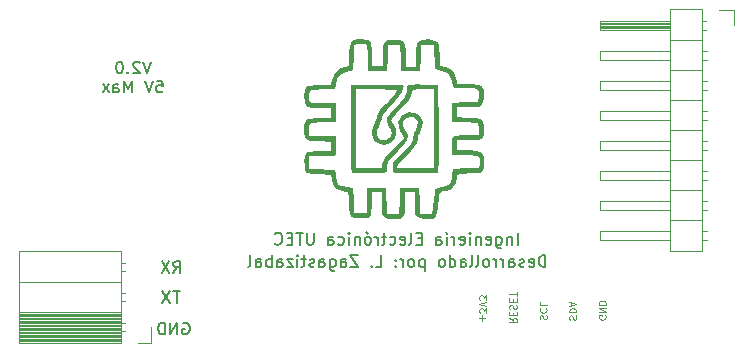
<source format=gbr>
%TF.GenerationSoftware,KiCad,Pcbnew,(6.0.1)*%
%TF.CreationDate,2023-03-06T20:27:36-05:00*%
%TF.ProjectId,PCBFiles_Node,50434246-696c-4657-935f-4e6f64652e6b,rev?*%
%TF.SameCoordinates,Original*%
%TF.FileFunction,Legend,Bot*%
%TF.FilePolarity,Positive*%
%FSLAX46Y46*%
G04 Gerber Fmt 4.6, Leading zero omitted, Abs format (unit mm)*
G04 Created by KiCad (PCBNEW (6.0.1)) date 2023-03-06 20:27:36*
%MOMM*%
%LPD*%
G01*
G04 APERTURE LIST*
%ADD10C,0.125000*%
%ADD11C,0.150000*%
%ADD12C,0.120000*%
G04 APERTURE END LIST*
D10*
X91457142Y-110528571D02*
X91428571Y-110442857D01*
X91428571Y-110300000D01*
X91457142Y-110242857D01*
X91485714Y-110214285D01*
X91542857Y-110185714D01*
X91600000Y-110185714D01*
X91657142Y-110214285D01*
X91685714Y-110242857D01*
X91714285Y-110300000D01*
X91742857Y-110414285D01*
X91771428Y-110471428D01*
X91800000Y-110500000D01*
X91857142Y-110528571D01*
X91914285Y-110528571D01*
X91971428Y-110500000D01*
X92000000Y-110471428D01*
X92028571Y-110414285D01*
X92028571Y-110271428D01*
X92000000Y-110185714D01*
X91428571Y-109928571D02*
X92028571Y-109928571D01*
X92028571Y-109785714D01*
X92000000Y-109700000D01*
X91942857Y-109642857D01*
X91885714Y-109614285D01*
X91771428Y-109585714D01*
X91685714Y-109585714D01*
X91571428Y-109614285D01*
X91514285Y-109642857D01*
X91457142Y-109700000D01*
X91428571Y-109785714D01*
X91428571Y-109928571D01*
X91600000Y-109357142D02*
X91600000Y-109071428D01*
X91428571Y-109414285D02*
X92028571Y-109214285D01*
X91428571Y-109014285D01*
X84047142Y-110637142D02*
X84047142Y-110180000D01*
X83818571Y-110408571D02*
X84275714Y-110408571D01*
X84418571Y-109951428D02*
X84418571Y-109580000D01*
X84190000Y-109780000D01*
X84190000Y-109694285D01*
X84161428Y-109637142D01*
X84132857Y-109608571D01*
X84075714Y-109580000D01*
X83932857Y-109580000D01*
X83875714Y-109608571D01*
X83847142Y-109637142D01*
X83818571Y-109694285D01*
X83818571Y-109865714D01*
X83847142Y-109922857D01*
X83875714Y-109951428D01*
X84418571Y-109408571D02*
X83818571Y-109208571D01*
X84418571Y-109008571D01*
X84418571Y-108865714D02*
X84418571Y-108494285D01*
X84190000Y-108694285D01*
X84190000Y-108608571D01*
X84161428Y-108551428D01*
X84132857Y-108522857D01*
X84075714Y-108494285D01*
X83932857Y-108494285D01*
X83875714Y-108522857D01*
X83847142Y-108551428D01*
X83818571Y-108608571D01*
X83818571Y-108780000D01*
X83847142Y-108837142D01*
X83875714Y-108865714D01*
X86368571Y-110401428D02*
X86654285Y-110601428D01*
X86368571Y-110744285D02*
X86968571Y-110744285D01*
X86968571Y-110515714D01*
X86940000Y-110458571D01*
X86911428Y-110430000D01*
X86854285Y-110401428D01*
X86768571Y-110401428D01*
X86711428Y-110430000D01*
X86682857Y-110458571D01*
X86654285Y-110515714D01*
X86654285Y-110744285D01*
X86682857Y-110144285D02*
X86682857Y-109944285D01*
X86368571Y-109858571D02*
X86368571Y-110144285D01*
X86968571Y-110144285D01*
X86968571Y-109858571D01*
X86397142Y-109630000D02*
X86368571Y-109544285D01*
X86368571Y-109401428D01*
X86397142Y-109344285D01*
X86425714Y-109315714D01*
X86482857Y-109287142D01*
X86540000Y-109287142D01*
X86597142Y-109315714D01*
X86625714Y-109344285D01*
X86654285Y-109401428D01*
X86682857Y-109515714D01*
X86711428Y-109572857D01*
X86740000Y-109601428D01*
X86797142Y-109630000D01*
X86854285Y-109630000D01*
X86911428Y-109601428D01*
X86940000Y-109572857D01*
X86968571Y-109515714D01*
X86968571Y-109372857D01*
X86940000Y-109287142D01*
X86682857Y-109030000D02*
X86682857Y-108830000D01*
X86368571Y-108744285D02*
X86368571Y-109030000D01*
X86968571Y-109030000D01*
X86968571Y-108744285D01*
X86968571Y-108572857D02*
X86968571Y-108230000D01*
X86368571Y-108401428D02*
X86968571Y-108401428D01*
D11*
X89413809Y-106072380D02*
X89413809Y-105072380D01*
X89175714Y-105072380D01*
X89032857Y-105120000D01*
X88937619Y-105215238D01*
X88890000Y-105310476D01*
X88842380Y-105500952D01*
X88842380Y-105643809D01*
X88890000Y-105834285D01*
X88937619Y-105929523D01*
X89032857Y-106024761D01*
X89175714Y-106072380D01*
X89413809Y-106072380D01*
X88032857Y-106024761D02*
X88128095Y-106072380D01*
X88318571Y-106072380D01*
X88413809Y-106024761D01*
X88461428Y-105929523D01*
X88461428Y-105548571D01*
X88413809Y-105453333D01*
X88318571Y-105405714D01*
X88128095Y-105405714D01*
X88032857Y-105453333D01*
X87985238Y-105548571D01*
X87985238Y-105643809D01*
X88461428Y-105739047D01*
X87604285Y-106024761D02*
X87509047Y-106072380D01*
X87318571Y-106072380D01*
X87223333Y-106024761D01*
X87175714Y-105929523D01*
X87175714Y-105881904D01*
X87223333Y-105786666D01*
X87318571Y-105739047D01*
X87461428Y-105739047D01*
X87556666Y-105691428D01*
X87604285Y-105596190D01*
X87604285Y-105548571D01*
X87556666Y-105453333D01*
X87461428Y-105405714D01*
X87318571Y-105405714D01*
X87223333Y-105453333D01*
X86318571Y-106072380D02*
X86318571Y-105548571D01*
X86366190Y-105453333D01*
X86461428Y-105405714D01*
X86651904Y-105405714D01*
X86747142Y-105453333D01*
X86318571Y-106024761D02*
X86413809Y-106072380D01*
X86651904Y-106072380D01*
X86747142Y-106024761D01*
X86794761Y-105929523D01*
X86794761Y-105834285D01*
X86747142Y-105739047D01*
X86651904Y-105691428D01*
X86413809Y-105691428D01*
X86318571Y-105643809D01*
X85842380Y-106072380D02*
X85842380Y-105405714D01*
X85842380Y-105596190D02*
X85794761Y-105500952D01*
X85747142Y-105453333D01*
X85651904Y-105405714D01*
X85556666Y-105405714D01*
X85223333Y-106072380D02*
X85223333Y-105405714D01*
X85223333Y-105596190D02*
X85175714Y-105500952D01*
X85128095Y-105453333D01*
X85032857Y-105405714D01*
X84937619Y-105405714D01*
X84461428Y-106072380D02*
X84556666Y-106024761D01*
X84604285Y-105977142D01*
X84651904Y-105881904D01*
X84651904Y-105596190D01*
X84604285Y-105500952D01*
X84556666Y-105453333D01*
X84461428Y-105405714D01*
X84318571Y-105405714D01*
X84223333Y-105453333D01*
X84175714Y-105500952D01*
X84128095Y-105596190D01*
X84128095Y-105881904D01*
X84175714Y-105977142D01*
X84223333Y-106024761D01*
X84318571Y-106072380D01*
X84461428Y-106072380D01*
X83556666Y-106072380D02*
X83651904Y-106024761D01*
X83699523Y-105929523D01*
X83699523Y-105072380D01*
X83032857Y-106072380D02*
X83128095Y-106024761D01*
X83175714Y-105929523D01*
X83175714Y-105072380D01*
X82223333Y-106072380D02*
X82223333Y-105548571D01*
X82270952Y-105453333D01*
X82366190Y-105405714D01*
X82556666Y-105405714D01*
X82651904Y-105453333D01*
X82223333Y-106024761D02*
X82318571Y-106072380D01*
X82556666Y-106072380D01*
X82651904Y-106024761D01*
X82699523Y-105929523D01*
X82699523Y-105834285D01*
X82651904Y-105739047D01*
X82556666Y-105691428D01*
X82318571Y-105691428D01*
X82223333Y-105643809D01*
X81318571Y-106072380D02*
X81318571Y-105072380D01*
X81318571Y-106024761D02*
X81413809Y-106072380D01*
X81604285Y-106072380D01*
X81699523Y-106024761D01*
X81747142Y-105977142D01*
X81794761Y-105881904D01*
X81794761Y-105596190D01*
X81747142Y-105500952D01*
X81699523Y-105453333D01*
X81604285Y-105405714D01*
X81413809Y-105405714D01*
X81318571Y-105453333D01*
X80699523Y-106072380D02*
X80794761Y-106024761D01*
X80842380Y-105977142D01*
X80890000Y-105881904D01*
X80890000Y-105596190D01*
X80842380Y-105500952D01*
X80794761Y-105453333D01*
X80699523Y-105405714D01*
X80556666Y-105405714D01*
X80461428Y-105453333D01*
X80413809Y-105500952D01*
X80366190Y-105596190D01*
X80366190Y-105881904D01*
X80413809Y-105977142D01*
X80461428Y-106024761D01*
X80556666Y-106072380D01*
X80699523Y-106072380D01*
X79175714Y-105405714D02*
X79175714Y-106405714D01*
X79175714Y-105453333D02*
X79080476Y-105405714D01*
X78890000Y-105405714D01*
X78794761Y-105453333D01*
X78747142Y-105500952D01*
X78699523Y-105596190D01*
X78699523Y-105881904D01*
X78747142Y-105977142D01*
X78794761Y-106024761D01*
X78890000Y-106072380D01*
X79080476Y-106072380D01*
X79175714Y-106024761D01*
X78128095Y-106072380D02*
X78223333Y-106024761D01*
X78270952Y-105977142D01*
X78318571Y-105881904D01*
X78318571Y-105596190D01*
X78270952Y-105500952D01*
X78223333Y-105453333D01*
X78128095Y-105405714D01*
X77985238Y-105405714D01*
X77890000Y-105453333D01*
X77842380Y-105500952D01*
X77794761Y-105596190D01*
X77794761Y-105881904D01*
X77842380Y-105977142D01*
X77890000Y-106024761D01*
X77985238Y-106072380D01*
X78128095Y-106072380D01*
X77366190Y-106072380D02*
X77366190Y-105405714D01*
X77366190Y-105596190D02*
X77318571Y-105500952D01*
X77270952Y-105453333D01*
X77175714Y-105405714D01*
X77080476Y-105405714D01*
X76747142Y-105977142D02*
X76699523Y-106024761D01*
X76747142Y-106072380D01*
X76794761Y-106024761D01*
X76747142Y-105977142D01*
X76747142Y-106072380D01*
X76747142Y-105453333D02*
X76699523Y-105500952D01*
X76747142Y-105548571D01*
X76794761Y-105500952D01*
X76747142Y-105453333D01*
X76747142Y-105548571D01*
X75032857Y-106072380D02*
X75509047Y-106072380D01*
X75509047Y-105072380D01*
X74699523Y-105977142D02*
X74651904Y-106024761D01*
X74699523Y-106072380D01*
X74747142Y-106024761D01*
X74699523Y-105977142D01*
X74699523Y-106072380D01*
X73556666Y-105072380D02*
X72890000Y-105072380D01*
X73556666Y-106072380D01*
X72890000Y-106072380D01*
X72080476Y-106072380D02*
X72080476Y-105548571D01*
X72128095Y-105453333D01*
X72223333Y-105405714D01*
X72413809Y-105405714D01*
X72509047Y-105453333D01*
X72080476Y-106024761D02*
X72175714Y-106072380D01*
X72413809Y-106072380D01*
X72509047Y-106024761D01*
X72556666Y-105929523D01*
X72556666Y-105834285D01*
X72509047Y-105739047D01*
X72413809Y-105691428D01*
X72175714Y-105691428D01*
X72080476Y-105643809D01*
X71175714Y-105405714D02*
X71175714Y-106215238D01*
X71223333Y-106310476D01*
X71270952Y-106358095D01*
X71366190Y-106405714D01*
X71509047Y-106405714D01*
X71604285Y-106358095D01*
X71175714Y-106024761D02*
X71270952Y-106072380D01*
X71461428Y-106072380D01*
X71556666Y-106024761D01*
X71604285Y-105977142D01*
X71651904Y-105881904D01*
X71651904Y-105596190D01*
X71604285Y-105500952D01*
X71556666Y-105453333D01*
X71461428Y-105405714D01*
X71270952Y-105405714D01*
X71175714Y-105453333D01*
X70270952Y-106072380D02*
X70270952Y-105548571D01*
X70318571Y-105453333D01*
X70413809Y-105405714D01*
X70604285Y-105405714D01*
X70699523Y-105453333D01*
X70270952Y-106024761D02*
X70366190Y-106072380D01*
X70604285Y-106072380D01*
X70699523Y-106024761D01*
X70747142Y-105929523D01*
X70747142Y-105834285D01*
X70699523Y-105739047D01*
X70604285Y-105691428D01*
X70366190Y-105691428D01*
X70270952Y-105643809D01*
X69842380Y-106024761D02*
X69747142Y-106072380D01*
X69556666Y-106072380D01*
X69461428Y-106024761D01*
X69413809Y-105929523D01*
X69413809Y-105881904D01*
X69461428Y-105786666D01*
X69556666Y-105739047D01*
X69699523Y-105739047D01*
X69794761Y-105691428D01*
X69842380Y-105596190D01*
X69842380Y-105548571D01*
X69794761Y-105453333D01*
X69699523Y-105405714D01*
X69556666Y-105405714D01*
X69461428Y-105453333D01*
X69128095Y-105405714D02*
X68747142Y-105405714D01*
X68985238Y-105072380D02*
X68985238Y-105929523D01*
X68937619Y-106024761D01*
X68842380Y-106072380D01*
X68747142Y-106072380D01*
X68413809Y-106072380D02*
X68413809Y-105405714D01*
X68413809Y-105072380D02*
X68461428Y-105120000D01*
X68413809Y-105167619D01*
X68366190Y-105120000D01*
X68413809Y-105072380D01*
X68413809Y-105167619D01*
X68032857Y-105405714D02*
X67509047Y-105405714D01*
X68032857Y-106072380D01*
X67509047Y-106072380D01*
X66699523Y-106072380D02*
X66699523Y-105548571D01*
X66747142Y-105453333D01*
X66842380Y-105405714D01*
X67032857Y-105405714D01*
X67128095Y-105453333D01*
X66699523Y-106024761D02*
X66794761Y-106072380D01*
X67032857Y-106072380D01*
X67128095Y-106024761D01*
X67175714Y-105929523D01*
X67175714Y-105834285D01*
X67128095Y-105739047D01*
X67032857Y-105691428D01*
X66794761Y-105691428D01*
X66699523Y-105643809D01*
X66223333Y-106072380D02*
X66223333Y-105072380D01*
X66223333Y-105453333D02*
X66128095Y-105405714D01*
X65937619Y-105405714D01*
X65842380Y-105453333D01*
X65794761Y-105500952D01*
X65747142Y-105596190D01*
X65747142Y-105881904D01*
X65794761Y-105977142D01*
X65842380Y-106024761D01*
X65937619Y-106072380D01*
X66128095Y-106072380D01*
X66223333Y-106024761D01*
X64890000Y-106072380D02*
X64890000Y-105548571D01*
X64937619Y-105453333D01*
X65032857Y-105405714D01*
X65223333Y-105405714D01*
X65318571Y-105453333D01*
X64890000Y-106024761D02*
X64985238Y-106072380D01*
X65223333Y-106072380D01*
X65318571Y-106024761D01*
X65366190Y-105929523D01*
X65366190Y-105834285D01*
X65318571Y-105739047D01*
X65223333Y-105691428D01*
X64985238Y-105691428D01*
X64890000Y-105643809D01*
X64270952Y-106072380D02*
X64366190Y-106024761D01*
X64413809Y-105929523D01*
X64413809Y-105072380D01*
X56013809Y-88687380D02*
X55680476Y-89687380D01*
X55347142Y-88687380D01*
X55061428Y-88782619D02*
X55013809Y-88735000D01*
X54918571Y-88687380D01*
X54680476Y-88687380D01*
X54585238Y-88735000D01*
X54537619Y-88782619D01*
X54490000Y-88877857D01*
X54490000Y-88973095D01*
X54537619Y-89115952D01*
X55109047Y-89687380D01*
X54490000Y-89687380D01*
X54061428Y-89592142D02*
X54013809Y-89639761D01*
X54061428Y-89687380D01*
X54109047Y-89639761D01*
X54061428Y-89592142D01*
X54061428Y-89687380D01*
X53394761Y-88687380D02*
X53299523Y-88687380D01*
X53204285Y-88735000D01*
X53156666Y-88782619D01*
X53109047Y-88877857D01*
X53061428Y-89068333D01*
X53061428Y-89306428D01*
X53109047Y-89496904D01*
X53156666Y-89592142D01*
X53204285Y-89639761D01*
X53299523Y-89687380D01*
X53394761Y-89687380D01*
X53490000Y-89639761D01*
X53537619Y-89592142D01*
X53585238Y-89496904D01*
X53632857Y-89306428D01*
X53632857Y-89068333D01*
X53585238Y-88877857D01*
X53537619Y-88782619D01*
X53490000Y-88735000D01*
X53394761Y-88687380D01*
X56490000Y-90297380D02*
X56966190Y-90297380D01*
X57013809Y-90773571D01*
X56966190Y-90725952D01*
X56870952Y-90678333D01*
X56632857Y-90678333D01*
X56537619Y-90725952D01*
X56490000Y-90773571D01*
X56442380Y-90868809D01*
X56442380Y-91106904D01*
X56490000Y-91202142D01*
X56537619Y-91249761D01*
X56632857Y-91297380D01*
X56870952Y-91297380D01*
X56966190Y-91249761D01*
X57013809Y-91202142D01*
X56156666Y-90297380D02*
X55823333Y-91297380D01*
X55490000Y-90297380D01*
X54394761Y-91297380D02*
X54394761Y-90297380D01*
X54061428Y-91011666D01*
X53728095Y-90297380D01*
X53728095Y-91297380D01*
X52823333Y-91297380D02*
X52823333Y-90773571D01*
X52870952Y-90678333D01*
X52966190Y-90630714D01*
X53156666Y-90630714D01*
X53251904Y-90678333D01*
X52823333Y-91249761D02*
X52918571Y-91297380D01*
X53156666Y-91297380D01*
X53251904Y-91249761D01*
X53299523Y-91154523D01*
X53299523Y-91059285D01*
X53251904Y-90964047D01*
X53156666Y-90916428D01*
X52918571Y-90916428D01*
X52823333Y-90868809D01*
X52442380Y-91297380D02*
X51918571Y-90630714D01*
X52442380Y-90630714D02*
X51918571Y-91297380D01*
D10*
X94490000Y-110187142D02*
X94518571Y-110244285D01*
X94518571Y-110330000D01*
X94490000Y-110415714D01*
X94432857Y-110472857D01*
X94375714Y-110501428D01*
X94261428Y-110530000D01*
X94175714Y-110530000D01*
X94061428Y-110501428D01*
X94004285Y-110472857D01*
X93947142Y-110415714D01*
X93918571Y-110330000D01*
X93918571Y-110272857D01*
X93947142Y-110187142D01*
X93975714Y-110158571D01*
X94175714Y-110158571D01*
X94175714Y-110272857D01*
X93918571Y-109901428D02*
X94518571Y-109901428D01*
X93918571Y-109558571D01*
X94518571Y-109558571D01*
X93918571Y-109272857D02*
X94518571Y-109272857D01*
X94518571Y-109130000D01*
X94490000Y-109044285D01*
X94432857Y-108987142D01*
X94375714Y-108958571D01*
X94261428Y-108930000D01*
X94175714Y-108930000D01*
X94061428Y-108958571D01*
X94004285Y-108987142D01*
X93947142Y-109044285D01*
X93918571Y-109130000D01*
X93918571Y-109272857D01*
D11*
X58461904Y-108142380D02*
X57890476Y-108142380D01*
X58176190Y-109142380D02*
X58176190Y-108142380D01*
X57652380Y-108142380D02*
X56985714Y-109142380D01*
X56985714Y-108142380D02*
X57652380Y-109142380D01*
X87071904Y-104182380D02*
X87071904Y-103182380D01*
X86595714Y-103515714D02*
X86595714Y-104182380D01*
X86595714Y-103610952D02*
X86548095Y-103563333D01*
X86452857Y-103515714D01*
X86310000Y-103515714D01*
X86214761Y-103563333D01*
X86167142Y-103658571D01*
X86167142Y-104182380D01*
X85262380Y-103515714D02*
X85262380Y-104325238D01*
X85310000Y-104420476D01*
X85357619Y-104468095D01*
X85452857Y-104515714D01*
X85595714Y-104515714D01*
X85690952Y-104468095D01*
X85262380Y-104134761D02*
X85357619Y-104182380D01*
X85548095Y-104182380D01*
X85643333Y-104134761D01*
X85690952Y-104087142D01*
X85738571Y-103991904D01*
X85738571Y-103706190D01*
X85690952Y-103610952D01*
X85643333Y-103563333D01*
X85548095Y-103515714D01*
X85357619Y-103515714D01*
X85262380Y-103563333D01*
X84405238Y-104134761D02*
X84500476Y-104182380D01*
X84690952Y-104182380D01*
X84786190Y-104134761D01*
X84833809Y-104039523D01*
X84833809Y-103658571D01*
X84786190Y-103563333D01*
X84690952Y-103515714D01*
X84500476Y-103515714D01*
X84405238Y-103563333D01*
X84357619Y-103658571D01*
X84357619Y-103753809D01*
X84833809Y-103849047D01*
X83929047Y-103515714D02*
X83929047Y-104182380D01*
X83929047Y-103610952D02*
X83881428Y-103563333D01*
X83786190Y-103515714D01*
X83643333Y-103515714D01*
X83548095Y-103563333D01*
X83500476Y-103658571D01*
X83500476Y-104182380D01*
X83024285Y-104182380D02*
X83024285Y-103515714D01*
X83024285Y-103182380D02*
X83071904Y-103230000D01*
X83024285Y-103277619D01*
X82976666Y-103230000D01*
X83024285Y-103182380D01*
X83024285Y-103277619D01*
X82167142Y-104134761D02*
X82262380Y-104182380D01*
X82452857Y-104182380D01*
X82548095Y-104134761D01*
X82595714Y-104039523D01*
X82595714Y-103658571D01*
X82548095Y-103563333D01*
X82452857Y-103515714D01*
X82262380Y-103515714D01*
X82167142Y-103563333D01*
X82119523Y-103658571D01*
X82119523Y-103753809D01*
X82595714Y-103849047D01*
X81690952Y-104182380D02*
X81690952Y-103515714D01*
X81690952Y-103706190D02*
X81643333Y-103610952D01*
X81595714Y-103563333D01*
X81500476Y-103515714D01*
X81405238Y-103515714D01*
X81071904Y-104182380D02*
X81071904Y-103515714D01*
X80976666Y-103134761D02*
X81119523Y-103277619D01*
X80167142Y-104182380D02*
X80167142Y-103658571D01*
X80214761Y-103563333D01*
X80310000Y-103515714D01*
X80500476Y-103515714D01*
X80595714Y-103563333D01*
X80167142Y-104134761D02*
X80262380Y-104182380D01*
X80500476Y-104182380D01*
X80595714Y-104134761D01*
X80643333Y-104039523D01*
X80643333Y-103944285D01*
X80595714Y-103849047D01*
X80500476Y-103801428D01*
X80262380Y-103801428D01*
X80167142Y-103753809D01*
X78929047Y-103658571D02*
X78595714Y-103658571D01*
X78452857Y-104182380D02*
X78929047Y-104182380D01*
X78929047Y-103182380D01*
X78452857Y-103182380D01*
X77881428Y-104182380D02*
X77976666Y-104134761D01*
X78024285Y-104039523D01*
X78024285Y-103182380D01*
X77119523Y-104134761D02*
X77214761Y-104182380D01*
X77405238Y-104182380D01*
X77500476Y-104134761D01*
X77548095Y-104039523D01*
X77548095Y-103658571D01*
X77500476Y-103563333D01*
X77405238Y-103515714D01*
X77214761Y-103515714D01*
X77119523Y-103563333D01*
X77071904Y-103658571D01*
X77071904Y-103753809D01*
X77548095Y-103849047D01*
X76214761Y-104134761D02*
X76310000Y-104182380D01*
X76500476Y-104182380D01*
X76595714Y-104134761D01*
X76643333Y-104087142D01*
X76690952Y-103991904D01*
X76690952Y-103706190D01*
X76643333Y-103610952D01*
X76595714Y-103563333D01*
X76500476Y-103515714D01*
X76310000Y-103515714D01*
X76214761Y-103563333D01*
X75929047Y-103515714D02*
X75548095Y-103515714D01*
X75786190Y-103182380D02*
X75786190Y-104039523D01*
X75738571Y-104134761D01*
X75643333Y-104182380D01*
X75548095Y-104182380D01*
X75214761Y-104182380D02*
X75214761Y-103515714D01*
X75214761Y-103706190D02*
X75167142Y-103610952D01*
X75119523Y-103563333D01*
X75024285Y-103515714D01*
X74929047Y-103515714D01*
X74452857Y-104182380D02*
X74548095Y-104134761D01*
X74595714Y-104087142D01*
X74643333Y-103991904D01*
X74643333Y-103706190D01*
X74595714Y-103610952D01*
X74548095Y-103563333D01*
X74452857Y-103515714D01*
X74310000Y-103515714D01*
X74214761Y-103563333D01*
X74167142Y-103610952D01*
X74119523Y-103706190D01*
X74119523Y-103991904D01*
X74167142Y-104087142D01*
X74214761Y-104134761D01*
X74310000Y-104182380D01*
X74452857Y-104182380D01*
X74262380Y-103134761D02*
X74405238Y-103277619D01*
X73690952Y-103515714D02*
X73690952Y-104182380D01*
X73690952Y-103610952D02*
X73643333Y-103563333D01*
X73548095Y-103515714D01*
X73405238Y-103515714D01*
X73310000Y-103563333D01*
X73262380Y-103658571D01*
X73262380Y-104182380D01*
X72786190Y-104182380D02*
X72786190Y-103515714D01*
X72786190Y-103182380D02*
X72833809Y-103230000D01*
X72786190Y-103277619D01*
X72738571Y-103230000D01*
X72786190Y-103182380D01*
X72786190Y-103277619D01*
X71881428Y-104134761D02*
X71976666Y-104182380D01*
X72167142Y-104182380D01*
X72262380Y-104134761D01*
X72310000Y-104087142D01*
X72357619Y-103991904D01*
X72357619Y-103706190D01*
X72310000Y-103610952D01*
X72262380Y-103563333D01*
X72167142Y-103515714D01*
X71976666Y-103515714D01*
X71881428Y-103563333D01*
X71024285Y-104182380D02*
X71024285Y-103658571D01*
X71071904Y-103563333D01*
X71167142Y-103515714D01*
X71357619Y-103515714D01*
X71452857Y-103563333D01*
X71024285Y-104134761D02*
X71119523Y-104182380D01*
X71357619Y-104182380D01*
X71452857Y-104134761D01*
X71500476Y-104039523D01*
X71500476Y-103944285D01*
X71452857Y-103849047D01*
X71357619Y-103801428D01*
X71119523Y-103801428D01*
X71024285Y-103753809D01*
X69786190Y-103182380D02*
X69786190Y-103991904D01*
X69738571Y-104087142D01*
X69690952Y-104134761D01*
X69595714Y-104182380D01*
X69405238Y-104182380D01*
X69310000Y-104134761D01*
X69262380Y-104087142D01*
X69214761Y-103991904D01*
X69214761Y-103182380D01*
X68881428Y-103182380D02*
X68310000Y-103182380D01*
X68595714Y-104182380D02*
X68595714Y-103182380D01*
X67976666Y-103658571D02*
X67643333Y-103658571D01*
X67500476Y-104182380D02*
X67976666Y-104182380D01*
X67976666Y-103182380D01*
X67500476Y-103182380D01*
X66500476Y-104087142D02*
X66548095Y-104134761D01*
X66690952Y-104182380D01*
X66786190Y-104182380D01*
X66929047Y-104134761D01*
X67024285Y-104039523D01*
X67071904Y-103944285D01*
X67119523Y-103753809D01*
X67119523Y-103610952D01*
X67071904Y-103420476D01*
X67024285Y-103325238D01*
X66929047Y-103230000D01*
X66786190Y-103182380D01*
X66690952Y-103182380D01*
X66548095Y-103230000D01*
X66500476Y-103277619D01*
X57916666Y-106592380D02*
X58250000Y-106116190D01*
X58488095Y-106592380D02*
X58488095Y-105592380D01*
X58107142Y-105592380D01*
X58011904Y-105640000D01*
X57964285Y-105687619D01*
X57916666Y-105782857D01*
X57916666Y-105925714D01*
X57964285Y-106020952D01*
X58011904Y-106068571D01*
X58107142Y-106116190D01*
X58488095Y-106116190D01*
X57583333Y-105592380D02*
X56916666Y-106592380D01*
X56916666Y-105592380D02*
X57583333Y-106592380D01*
X58711904Y-110840000D02*
X58807142Y-110792380D01*
X58950000Y-110792380D01*
X59092857Y-110840000D01*
X59188095Y-110935238D01*
X59235714Y-111030476D01*
X59283333Y-111220952D01*
X59283333Y-111363809D01*
X59235714Y-111554285D01*
X59188095Y-111649523D01*
X59092857Y-111744761D01*
X58950000Y-111792380D01*
X58854761Y-111792380D01*
X58711904Y-111744761D01*
X58664285Y-111697142D01*
X58664285Y-111363809D01*
X58854761Y-111363809D01*
X58235714Y-111792380D02*
X58235714Y-110792380D01*
X57664285Y-111792380D01*
X57664285Y-110792380D01*
X57188095Y-111792380D02*
X57188095Y-110792380D01*
X56950000Y-110792380D01*
X56807142Y-110840000D01*
X56711904Y-110935238D01*
X56664285Y-111030476D01*
X56616666Y-111220952D01*
X56616666Y-111363809D01*
X56664285Y-111554285D01*
X56711904Y-111649523D01*
X56807142Y-111744761D01*
X56950000Y-111792380D01*
X57188095Y-111792380D01*
D10*
X88957142Y-110514285D02*
X88928571Y-110428571D01*
X88928571Y-110285714D01*
X88957142Y-110228571D01*
X88985714Y-110200000D01*
X89042857Y-110171428D01*
X89100000Y-110171428D01*
X89157142Y-110200000D01*
X89185714Y-110228571D01*
X89214285Y-110285714D01*
X89242857Y-110400000D01*
X89271428Y-110457142D01*
X89300000Y-110485714D01*
X89357142Y-110514285D01*
X89414285Y-110514285D01*
X89471428Y-110485714D01*
X89500000Y-110457142D01*
X89528571Y-110400000D01*
X89528571Y-110257142D01*
X89500000Y-110171428D01*
X88985714Y-109571428D02*
X88957142Y-109600000D01*
X88928571Y-109685714D01*
X88928571Y-109742857D01*
X88957142Y-109828571D01*
X89014285Y-109885714D01*
X89071428Y-109914285D01*
X89185714Y-109942857D01*
X89271428Y-109942857D01*
X89385714Y-109914285D01*
X89442857Y-109885714D01*
X89500000Y-109828571D01*
X89528571Y-109742857D01*
X89528571Y-109685714D01*
X89500000Y-109600000D01*
X89471428Y-109571428D01*
X88928571Y-109028571D02*
X88928571Y-109314285D01*
X89528571Y-109314285D01*
%TO.C,G\u002A\u002A\u002A*%
G36*
X80314274Y-98033641D02*
G01*
X80287622Y-98084977D01*
X80228837Y-98098903D01*
X80019646Y-98117109D01*
X79693340Y-98131815D01*
X79281293Y-98142858D01*
X78814883Y-98150076D01*
X78325483Y-98153307D01*
X77844470Y-98152386D01*
X77403220Y-98147152D01*
X77033108Y-98137442D01*
X76765511Y-98123093D01*
X76631802Y-98103941D01*
X76576777Y-98065756D01*
X76516114Y-97913511D01*
X76497877Y-97627074D01*
X76497877Y-97201597D01*
X77344544Y-96356704D01*
X77495859Y-96204991D01*
X77794926Y-95896565D01*
X77995718Y-95669765D01*
X78116510Y-95500431D01*
X78175582Y-95364402D01*
X78191211Y-95237516D01*
X78202706Y-95126933D01*
X78278889Y-94850657D01*
X78402877Y-94565130D01*
X78423881Y-94524881D01*
X78580513Y-94118456D01*
X78590641Y-93795063D01*
X78453746Y-93552086D01*
X78169309Y-93386911D01*
X78140851Y-93378693D01*
X77908077Y-93389021D01*
X77654128Y-93489527D01*
X77459970Y-93650162D01*
X77359862Y-93875056D01*
X77389849Y-94139375D01*
X77554002Y-94472333D01*
X77650609Y-94637899D01*
X77751163Y-94870656D01*
X77774415Y-95083409D01*
X77710657Y-95302817D01*
X77550181Y-95555541D01*
X77283277Y-95868243D01*
X76900236Y-96267584D01*
X76731299Y-96439521D01*
X76442441Y-96738367D01*
X76246411Y-96956121D01*
X76125019Y-97119501D01*
X76060076Y-97255226D01*
X76033392Y-97390013D01*
X76026777Y-97550582D01*
X76022263Y-97673312D01*
X75996858Y-97912521D01*
X75958088Y-98053606D01*
X75918177Y-98073762D01*
X75735010Y-98104052D01*
X75437113Y-98127952D01*
X75059098Y-98145088D01*
X74635578Y-98155087D01*
X74201163Y-98157577D01*
X73790466Y-98152183D01*
X73438098Y-98138534D01*
X73178672Y-98116256D01*
X73046800Y-98084977D01*
X73030590Y-98063219D01*
X73006925Y-97970214D01*
X72988146Y-97795963D01*
X72984763Y-97732000D01*
X73365211Y-97732000D01*
X74465877Y-97732000D01*
X74896517Y-97730789D01*
X75209761Y-97724223D01*
X75406372Y-97708078D01*
X75513365Y-97678132D01*
X75557752Y-97630163D01*
X75566544Y-97559947D01*
X75576077Y-97439689D01*
X75668651Y-97150774D01*
X75868635Y-96816568D01*
X76186973Y-96420534D01*
X76634608Y-95946137D01*
X77441860Y-95133940D01*
X77171187Y-94617571D01*
X77139081Y-94555011D01*
X76977724Y-94149230D01*
X76950019Y-93817028D01*
X77059019Y-93527847D01*
X77307780Y-93251134D01*
X77532142Y-93098516D01*
X77901173Y-92986299D01*
X78274529Y-93007876D01*
X78610703Y-93158408D01*
X78868189Y-93433056D01*
X79013294Y-93809264D01*
X79003223Y-94222462D01*
X78828419Y-94641667D01*
X78772925Y-94738574D01*
X78662370Y-94984968D01*
X78617187Y-95173553D01*
X78601346Y-95331487D01*
X78509404Y-95601163D01*
X78322758Y-95902106D01*
X78026739Y-96256266D01*
X77606676Y-96685595D01*
X77576899Y-96714704D01*
X77288252Y-97009026D01*
X77052950Y-97270282D01*
X76894521Y-97471032D01*
X76836496Y-97583833D01*
X76843828Y-97626732D01*
X76885740Y-97667728D01*
X76984950Y-97696518D01*
X77163863Y-97715220D01*
X77444885Y-97725955D01*
X77850421Y-97730842D01*
X78402877Y-97732000D01*
X79969211Y-97732000D01*
X79969211Y-91043333D01*
X79037877Y-91043333D01*
X78848862Y-91043569D01*
X78503468Y-91047859D01*
X78285850Y-91061772D01*
X78166696Y-91090721D01*
X78116697Y-91140120D01*
X78106544Y-91215386D01*
X78103422Y-91282986D01*
X78026149Y-91574296D01*
X77837642Y-91911786D01*
X77527793Y-92311037D01*
X77086493Y-92787631D01*
X77046427Y-92828585D01*
X76766166Y-93120906D01*
X76538071Y-93368780D01*
X76384683Y-93547131D01*
X76328544Y-93630878D01*
X76340945Y-93671375D01*
X76424692Y-93826483D01*
X76561377Y-94037210D01*
X76562618Y-94039002D01*
X76754543Y-94436947D01*
X76796480Y-94830661D01*
X76696572Y-95190698D01*
X76462960Y-95487614D01*
X76103788Y-95691964D01*
X75733568Y-95765966D01*
X75390831Y-95694786D01*
X75052663Y-95465390D01*
X74897708Y-95294370D01*
X74747381Y-94946189D01*
X74754883Y-94544616D01*
X74920861Y-94096353D01*
X75004913Y-93919382D01*
X75104414Y-93650221D01*
X75143211Y-93453687D01*
X75145950Y-93387965D01*
X75228136Y-93090832D01*
X75435163Y-92768678D01*
X75781234Y-92398000D01*
X75912275Y-92268577D01*
X76173664Y-91991433D01*
X76423541Y-91705651D01*
X76635150Y-91443624D01*
X76781736Y-91237742D01*
X76836544Y-91120397D01*
X76834590Y-91116538D01*
X76729836Y-91092842D01*
X76481638Y-91072677D01*
X76112445Y-91057039D01*
X75644708Y-91046926D01*
X75100877Y-91043333D01*
X73365211Y-91043333D01*
X73365211Y-97732000D01*
X72984763Y-97732000D01*
X72973967Y-97527884D01*
X72964105Y-97153398D01*
X72958275Y-96659924D01*
X72956192Y-96034882D01*
X72957573Y-95265692D01*
X72962133Y-94339773D01*
X72984211Y-90662333D01*
X75166485Y-90639733D01*
X75288936Y-90638497D01*
X75943069Y-90633535D01*
X76449099Y-90633593D01*
X76825228Y-90639466D01*
X77089656Y-90651948D01*
X77260586Y-90671834D01*
X77356218Y-90699918D01*
X77394754Y-90736995D01*
X77402549Y-90766700D01*
X77368877Y-90972666D01*
X77227680Y-91266638D01*
X76993051Y-91626496D01*
X76679086Y-92030118D01*
X76299880Y-92455384D01*
X76290824Y-92464923D01*
X75983961Y-92795081D01*
X75776520Y-93040176D01*
X75646828Y-93232162D01*
X75573211Y-93402996D01*
X75533998Y-93584633D01*
X75519417Y-93665743D01*
X75429797Y-93971131D01*
X75310893Y-94219633D01*
X75175741Y-94525483D01*
X75160035Y-94837792D01*
X75260701Y-95104926D01*
X75463874Y-95291301D01*
X75755691Y-95361333D01*
X75907912Y-95334810D01*
X76152172Y-95195844D01*
X76338836Y-94982741D01*
X76413211Y-94746631D01*
X76409395Y-94703849D01*
X76336941Y-94490540D01*
X76201544Y-94260667D01*
X76072028Y-94037960D01*
X75989877Y-93640146D01*
X75992445Y-93552659D01*
X76017488Y-93414296D01*
X76085394Y-93272001D01*
X76215653Y-93097098D01*
X76427755Y-92860910D01*
X76741193Y-92534762D01*
X77100434Y-92160202D01*
X77356698Y-91874647D01*
X77525708Y-91653521D01*
X77624992Y-91470393D01*
X77672082Y-91298830D01*
X77684507Y-91112399D01*
X77689822Y-90934204D01*
X77720043Y-90800827D01*
X77799206Y-90711948D01*
X77951379Y-90659438D01*
X78200632Y-90635166D01*
X78571035Y-90631002D01*
X79086659Y-90638819D01*
X80350211Y-90662333D01*
X80372289Y-94339773D01*
X80375324Y-94900792D01*
X80378060Y-95733564D01*
X80377451Y-96416961D01*
X80373212Y-96963564D01*
X80365060Y-97385954D01*
X80352709Y-97696709D01*
X80349903Y-97732000D01*
X80335875Y-97908412D01*
X80314274Y-98033641D01*
G37*
G36*
X84222703Y-97431865D02*
G01*
X84203695Y-97703950D01*
X84141022Y-97892629D01*
X84009554Y-98015004D01*
X83784159Y-98088178D01*
X83439706Y-98129254D01*
X82951064Y-98155333D01*
X82572774Y-98172282D01*
X82274983Y-98191443D01*
X82091642Y-98217424D01*
X81993583Y-98257531D01*
X81951638Y-98319066D01*
X81936639Y-98409333D01*
X81922676Y-98524413D01*
X81809107Y-98991430D01*
X81609296Y-99323409D01*
X81309989Y-99536121D01*
X80897932Y-99645338D01*
X80832845Y-99653992D01*
X80662044Y-99684607D01*
X80545521Y-99740727D01*
X80469539Y-99850995D01*
X80420362Y-100044052D01*
X80384253Y-100348543D01*
X80347476Y-100793111D01*
X80321024Y-101077364D01*
X80260645Y-101467737D01*
X80174572Y-101730408D01*
X80052435Y-101891893D01*
X79883867Y-101978707D01*
X79752533Y-102000849D01*
X79478281Y-102012511D01*
X79164877Y-102000042D01*
X79130134Y-101997113D01*
X78827128Y-101957268D01*
X78615731Y-101881425D01*
X78479659Y-101742977D01*
X78402628Y-101515320D01*
X78368351Y-101171847D01*
X78360544Y-100685953D01*
X78360544Y-99764000D01*
X77513877Y-99764000D01*
X77513877Y-100699182D01*
X77513652Y-100868295D01*
X77508671Y-101228837D01*
X77492063Y-101469970D01*
X77457186Y-101628220D01*
X77397398Y-101740115D01*
X77306059Y-101842182D01*
X77216497Y-101922821D01*
X77067736Y-102003478D01*
X76860736Y-102040870D01*
X76540211Y-102050000D01*
X76320356Y-102046677D01*
X76078415Y-102021314D01*
X75914846Y-101958150D01*
X75774362Y-101842182D01*
X75736832Y-101803636D01*
X75657818Y-101702209D01*
X75607924Y-101577577D01*
X75580508Y-101393214D01*
X75568928Y-101112591D01*
X75566544Y-100699182D01*
X75566544Y-99764000D01*
X74734449Y-99764000D01*
X74705997Y-100744655D01*
X74698534Y-100981411D01*
X74673944Y-101389264D01*
X74620534Y-101665263D01*
X74516904Y-101835139D01*
X74341652Y-101924623D01*
X74073376Y-101959444D01*
X73690674Y-101965333D01*
X73486115Y-101963427D01*
X73219139Y-101941110D01*
X73034559Y-101873393D01*
X72915070Y-101735501D01*
X72843368Y-101502655D01*
X72802148Y-101150081D01*
X72774106Y-100653000D01*
X72760168Y-100366781D01*
X72740055Y-100055440D01*
X72713915Y-99863177D01*
X72673669Y-99759850D01*
X72611238Y-99715315D01*
X72518544Y-99699428D01*
X72308312Y-99671484D01*
X71910615Y-99561005D01*
X71636328Y-99368372D01*
X71457651Y-99068349D01*
X71346784Y-98635698D01*
X71286730Y-98282333D01*
X70304353Y-98237817D01*
X70030441Y-98222441D01*
X69627172Y-98185869D01*
X69339907Y-98139914D01*
X69195305Y-98088173D01*
X69142896Y-98025197D01*
X69058672Y-97795405D01*
X69015108Y-97480150D01*
X69011242Y-97129622D01*
X69046114Y-96794014D01*
X69067067Y-96716000D01*
X69377797Y-96716000D01*
X69403004Y-97245167D01*
X69428211Y-97774333D01*
X70527914Y-97816667D01*
X70885381Y-97831380D01*
X71225227Y-97850735D01*
X71444206Y-97874929D01*
X71569782Y-97909141D01*
X71629419Y-97958550D01*
X71650581Y-98028333D01*
X71656390Y-98070117D01*
X71722120Y-98450820D01*
X71800675Y-98784020D01*
X71881188Y-99029492D01*
X71952793Y-99147015D01*
X72068092Y-99188390D01*
X72304613Y-99245070D01*
X72603211Y-99301133D01*
X73153544Y-99392015D01*
X73195877Y-100445841D01*
X73238211Y-101499667D01*
X73764818Y-101524807D01*
X74291426Y-101549947D01*
X74315152Y-100466473D01*
X74338877Y-99383000D01*
X75947544Y-99383000D01*
X75994848Y-101634618D01*
X76521529Y-101609475D01*
X77048211Y-101584333D01*
X77090544Y-100483667D01*
X77132877Y-99383000D01*
X78741544Y-99383000D01*
X78783877Y-100483667D01*
X78826211Y-101584333D01*
X79314068Y-101609756D01*
X79531934Y-101615131D01*
X79749332Y-101591248D01*
X79834931Y-101525089D01*
X79849906Y-101448297D01*
X79882386Y-101225635D01*
X79923617Y-100904655D01*
X79968179Y-100526000D01*
X79999415Y-100249277D01*
X80038495Y-99903970D01*
X80068056Y-99643853D01*
X80083386Y-99510468D01*
X80113635Y-99456911D01*
X80291997Y-99368014D01*
X80634150Y-99288074D01*
X80893962Y-99229467D01*
X81151957Y-99143896D01*
X81302456Y-99059707D01*
X81380078Y-98919083D01*
X81462690Y-98662846D01*
X81529316Y-98350768D01*
X81623671Y-97774333D01*
X82722608Y-97732000D01*
X83821544Y-97689667D01*
X83848602Y-97359071D01*
X83864503Y-97150346D01*
X83864193Y-96932719D01*
X83815778Y-96786525D01*
X83695022Y-96696590D01*
X83477694Y-96647743D01*
X83139557Y-96624809D01*
X82656379Y-96612617D01*
X81535544Y-96589000D01*
X81510821Y-95882294D01*
X81508001Y-95522188D01*
X81532307Y-95216251D01*
X81584688Y-95056794D01*
X81604073Y-95038279D01*
X81717781Y-94990666D01*
X81928118Y-94959745D01*
X82259235Y-94943021D01*
X82735285Y-94938000D01*
X83787291Y-94938000D01*
X83762084Y-94408833D01*
X83736877Y-93879667D01*
X82636211Y-93837333D01*
X81535544Y-93795000D01*
X81535544Y-92186333D01*
X82636211Y-92144000D01*
X83736877Y-92101667D01*
X83762016Y-91575110D01*
X83771437Y-91354181D01*
X83760024Y-91185534D01*
X83702388Y-91073362D01*
X83573933Y-91005059D01*
X83350063Y-90968015D01*
X83006180Y-90949622D01*
X82517688Y-90937272D01*
X81637165Y-90916333D01*
X81493274Y-90390042D01*
X81476649Y-90329966D01*
X81365350Y-89983412D01*
X81251608Y-89764005D01*
X81110783Y-89636408D01*
X80918238Y-89565283D01*
X80901878Y-89561321D01*
X80651396Y-89498827D01*
X80373963Y-89427408D01*
X80059048Y-89344865D01*
X80011544Y-87275667D01*
X78910877Y-87275667D01*
X78868544Y-88376333D01*
X78826211Y-89477000D01*
X77217544Y-89477000D01*
X77175211Y-88376333D01*
X77132877Y-87275667D01*
X76116877Y-87275667D01*
X76074544Y-88376333D01*
X76032211Y-89477000D01*
X74423544Y-89477000D01*
X74372139Y-88376333D01*
X74368359Y-88296069D01*
X74348532Y-87895774D01*
X74330759Y-87569178D01*
X74316855Y-87348102D01*
X74308639Y-87264370D01*
X74248608Y-87238166D01*
X74054925Y-87210561D01*
X73802660Y-87205336D01*
X73560198Y-87225997D01*
X73238211Y-87278130D01*
X73195877Y-88328399D01*
X73153544Y-89378668D01*
X72899544Y-89454481D01*
X72485896Y-89582708D01*
X72187700Y-89700488D01*
X71988869Y-89834089D01*
X71857001Y-90014646D01*
X71759694Y-90273293D01*
X71664543Y-90641167D01*
X71567108Y-91043333D01*
X70578093Y-91043333D01*
X70422877Y-91044018D01*
X69945622Y-91058702D01*
X69633254Y-91092393D01*
X69487477Y-91144933D01*
X69441735Y-91226361D01*
X69397551Y-91448862D01*
X69390447Y-91720863D01*
X69420423Y-91970789D01*
X69487477Y-92127067D01*
X69521342Y-92148332D01*
X69725074Y-92193049D01*
X70094301Y-92219784D01*
X70630477Y-92228667D01*
X71671877Y-92228667D01*
X71671877Y-93837333D01*
X70719377Y-93838489D01*
X70216607Y-93840464D01*
X69857354Y-93852540D01*
X69619552Y-93886076D01*
X69479223Y-93952432D01*
X69412387Y-94062968D01*
X69395068Y-94229046D01*
X69403286Y-94462024D01*
X69428211Y-94980333D01*
X71671877Y-95027581D01*
X71671877Y-95820399D01*
X71671766Y-95891785D01*
X71664789Y-96253790D01*
X71643440Y-96482589D01*
X71602802Y-96609192D01*
X71537953Y-96664608D01*
X71412105Y-96684001D01*
X71152069Y-96700619D01*
X70798740Y-96711865D01*
X70390913Y-96716000D01*
X69377797Y-96716000D01*
X69067067Y-96716000D01*
X69118763Y-96523516D01*
X69228227Y-96368321D01*
X69326451Y-96343087D01*
X69566280Y-96317999D01*
X69902632Y-96300708D01*
X70296044Y-96293963D01*
X71248544Y-96292667D01*
X71248544Y-95467308D01*
X70262605Y-95429569D01*
X70100638Y-95423140D01*
X69722632Y-95403671D01*
X69469056Y-95378207D01*
X69306380Y-95339949D01*
X69201073Y-95282102D01*
X69119605Y-95197869D01*
X69040063Y-95057529D01*
X68967325Y-94754476D01*
X68956290Y-94399789D01*
X69002656Y-94047222D01*
X69102121Y-93750528D01*
X69250386Y-93563463D01*
X69342324Y-93541779D01*
X69574799Y-93520470D01*
X69905485Y-93505755D01*
X70296044Y-93499963D01*
X71248544Y-93498667D01*
X71248292Y-92609667D01*
X70325816Y-92609667D01*
X69998231Y-92606042D01*
X69608959Y-92580036D01*
X69343442Y-92517666D01*
X69174309Y-92405798D01*
X69074191Y-92231299D01*
X69015716Y-91981035D01*
X68999494Y-91803444D01*
X69010642Y-91484806D01*
X69059021Y-91171649D01*
X69134956Y-90918526D01*
X69228768Y-90779987D01*
X69322018Y-90755499D01*
X69558321Y-90730218D01*
X69891639Y-90712773D01*
X70282163Y-90705963D01*
X71220782Y-90704666D01*
X71359395Y-90206101D01*
X71408076Y-90051715D01*
X71626153Y-89637286D01*
X71946698Y-89349961D01*
X72386164Y-89173189D01*
X72747378Y-89082234D01*
X72799672Y-88094284D01*
X72811637Y-87881886D01*
X72848672Y-87450270D01*
X72910753Y-87153151D01*
X73017300Y-86965548D01*
X73187732Y-86862477D01*
X73441467Y-86818955D01*
X73797924Y-86810000D01*
X73951548Y-86811192D01*
X74258397Y-86832593D01*
X74470663Y-86900010D01*
X74605644Y-87038067D01*
X74680640Y-87271390D01*
X74712951Y-87624604D01*
X74719877Y-88122333D01*
X74719877Y-89096000D01*
X75636639Y-89096000D01*
X75665092Y-88125132D01*
X75673213Y-87876601D01*
X75699396Y-87458800D01*
X75753255Y-87173381D01*
X75853760Y-86995184D01*
X76019885Y-86899050D01*
X76270600Y-86859819D01*
X76624877Y-86852333D01*
X76851908Y-86854326D01*
X77137602Y-86876876D01*
X77333761Y-86944926D01*
X77458457Y-87083243D01*
X77529759Y-87316594D01*
X77565739Y-87669743D01*
X77584468Y-88167457D01*
X77612726Y-89180667D01*
X78445211Y-89180667D01*
X78445211Y-88331280D01*
X78445996Y-88184592D01*
X78467683Y-87681294D01*
X78525164Y-87317941D01*
X78626589Y-87072483D01*
X78780109Y-86922873D01*
X78993874Y-86847060D01*
X79115138Y-86829081D01*
X79462519Y-86815590D01*
X79810676Y-86844861D01*
X80103394Y-86910046D01*
X80284458Y-87004294D01*
X80340223Y-87093325D01*
X80394626Y-87293255D01*
X80436058Y-87614322D01*
X80468636Y-88080592D01*
X80519544Y-89023621D01*
X80983449Y-89180369D01*
X81179188Y-89254129D01*
X81496185Y-89439287D01*
X81701667Y-89693263D01*
X81834952Y-90056515D01*
X81855869Y-90137495D01*
X81918158Y-90369631D01*
X81960400Y-90514167D01*
X82008078Y-90555086D01*
X82175084Y-90592398D01*
X82476633Y-90613412D01*
X82929887Y-90620000D01*
X82956066Y-90620006D01*
X83365952Y-90623531D01*
X83643971Y-90637417D01*
X83825642Y-90667355D01*
X83946485Y-90719033D01*
X84042020Y-90798142D01*
X84046632Y-90802779D01*
X84136827Y-90916379D01*
X84184854Y-91057800D01*
X84199132Y-91273933D01*
X84188077Y-91611664D01*
X84180564Y-91744007D01*
X84143971Y-92071414D01*
X84066814Y-92298479D01*
X83923390Y-92443403D01*
X83687998Y-92524387D01*
X83334934Y-92559630D01*
X82838498Y-92567333D01*
X81916544Y-92567333D01*
X81916544Y-93399428D01*
X82897867Y-93427881D01*
X83087268Y-93434059D01*
X83530945Y-93462209D01*
X83838576Y-93520592D01*
X84034855Y-93628355D01*
X84144479Y-93804643D01*
X84192144Y-94068602D01*
X84202544Y-94439380D01*
X84201352Y-94593003D01*
X84179951Y-94899853D01*
X84112534Y-95112118D01*
X83974477Y-95247099D01*
X83741154Y-95322096D01*
X83387940Y-95354407D01*
X82890211Y-95361333D01*
X81916544Y-95361333D01*
X81916544Y-96208000D01*
X82750577Y-96208000D01*
X83006040Y-96210837D01*
X83496033Y-96241308D01*
X83842273Y-96308466D01*
X84060720Y-96416378D01*
X84167335Y-96569112D01*
X84192714Y-96707531D01*
X84215094Y-96974727D01*
X84219905Y-97150346D01*
X84223711Y-97289261D01*
X84222703Y-97431865D01*
G37*
D12*
%TO.C,J5*%
X44810000Y-110146195D02*
X53440000Y-110146195D01*
X44810000Y-112153810D02*
X53440000Y-112153810D01*
X44810000Y-110854765D02*
X53440000Y-110854765D01*
X44810000Y-111445240D02*
X53440000Y-111445240D01*
X44810000Y-111799525D02*
X53440000Y-111799525D01*
X53440000Y-108280000D02*
X53850000Y-108280000D01*
X44810000Y-109910000D02*
X53440000Y-109910000D01*
X53440000Y-111540000D02*
X53790000Y-111540000D01*
X44810000Y-110028100D02*
X53440000Y-110028100D01*
X44810000Y-110500480D02*
X53440000Y-110500480D01*
X53440000Y-112510000D02*
X53440000Y-104770000D01*
X54900000Y-112510000D02*
X56010000Y-112510000D01*
X44810000Y-110382385D02*
X53440000Y-110382385D01*
X44810000Y-111563335D02*
X53440000Y-111563335D01*
X44810000Y-104770000D02*
X53440000Y-104770000D01*
X44810000Y-111681430D02*
X53440000Y-111681430D01*
X44810000Y-110264290D02*
X53440000Y-110264290D01*
X44810000Y-107370000D02*
X53440000Y-107370000D01*
X44810000Y-112271905D02*
X53440000Y-112271905D01*
X44810000Y-111327145D02*
X53440000Y-111327145D01*
X44810000Y-112510000D02*
X53440000Y-112510000D01*
X53440000Y-109000000D02*
X53850000Y-109000000D01*
X44810000Y-110618575D02*
X53440000Y-110618575D01*
X44810000Y-110736670D02*
X53440000Y-110736670D01*
X56010000Y-112510000D02*
X56010000Y-111180000D01*
X53440000Y-110820000D02*
X53790000Y-110820000D01*
X44810000Y-111090955D02*
X53440000Y-111090955D01*
X44810000Y-112035715D02*
X53440000Y-112035715D01*
X44810000Y-111917620D02*
X53440000Y-111917620D01*
X44810000Y-111209050D02*
X53440000Y-111209050D01*
X44810000Y-112510000D02*
X44810000Y-104770000D01*
X53440000Y-105740000D02*
X53850000Y-105740000D01*
X53440000Y-106460000D02*
X53850000Y-106460000D01*
X44810000Y-110972860D02*
X53440000Y-110972860D01*
X44810000Y-112390000D02*
X53440000Y-112390000D01*
%TO.C,J3*%
X100000000Y-85640000D02*
X94000000Y-85640000D01*
X102660000Y-94490000D02*
X100000000Y-94490000D01*
X100000000Y-87760000D02*
X94000000Y-87760000D01*
X105370000Y-85600000D02*
X105370000Y-84330000D01*
X103057071Y-98680000D02*
X102660000Y-98680000D01*
X94000000Y-91060000D02*
X100000000Y-91060000D01*
X103057071Y-100460000D02*
X102660000Y-100460000D01*
X94000000Y-85980000D02*
X100000000Y-85980000D01*
X94000000Y-88520000D02*
X100000000Y-88520000D01*
X103057071Y-101220000D02*
X102660000Y-101220000D01*
X103057071Y-95380000D02*
X102660000Y-95380000D01*
X100000000Y-85220000D02*
X94000000Y-85220000D01*
X100000000Y-90300000D02*
X94000000Y-90300000D01*
X102990000Y-85220000D02*
X102660000Y-85220000D01*
X103057071Y-91060000D02*
X102660000Y-91060000D01*
X100000000Y-97920000D02*
X94000000Y-97920000D01*
X103057071Y-103000000D02*
X102660000Y-103000000D01*
X94000000Y-96140000D02*
X100000000Y-96140000D01*
X103057071Y-103760000D02*
X102660000Y-103760000D01*
X100000000Y-84270000D02*
X102660000Y-84270000D01*
X94000000Y-103760000D02*
X100000000Y-103760000D01*
X94000000Y-87760000D02*
X94000000Y-88520000D01*
X100000000Y-85280000D02*
X94000000Y-85280000D01*
X100000000Y-85520000D02*
X94000000Y-85520000D01*
X100000000Y-103000000D02*
X94000000Y-103000000D01*
X103057071Y-88520000D02*
X102660000Y-88520000D01*
X103057071Y-92840000D02*
X102660000Y-92840000D01*
X94000000Y-93600000D02*
X100000000Y-93600000D01*
X100000000Y-95380000D02*
X94000000Y-95380000D01*
X94000000Y-101220000D02*
X100000000Y-101220000D01*
X102660000Y-99570000D02*
X100000000Y-99570000D01*
X100000000Y-85400000D02*
X94000000Y-85400000D01*
X94000000Y-98680000D02*
X100000000Y-98680000D01*
X102660000Y-104710000D02*
X100000000Y-104710000D01*
X100000000Y-104710000D02*
X100000000Y-84270000D01*
X102660000Y-97030000D02*
X100000000Y-97030000D01*
X94000000Y-97920000D02*
X94000000Y-98680000D01*
X102660000Y-89410000D02*
X100000000Y-89410000D01*
X102660000Y-86870000D02*
X100000000Y-86870000D01*
X105370000Y-84330000D02*
X104100000Y-84330000D01*
X100000000Y-100460000D02*
X94000000Y-100460000D01*
X102660000Y-91950000D02*
X100000000Y-91950000D01*
X103057071Y-87760000D02*
X102660000Y-87760000D01*
X100000000Y-85760000D02*
X94000000Y-85760000D01*
X94000000Y-85220000D02*
X94000000Y-85980000D01*
X94000000Y-100460000D02*
X94000000Y-101220000D01*
X103057071Y-90300000D02*
X102660000Y-90300000D01*
X100000000Y-85880000D02*
X94000000Y-85880000D01*
X94000000Y-92840000D02*
X94000000Y-93600000D01*
X94000000Y-90300000D02*
X94000000Y-91060000D01*
X103057071Y-97920000D02*
X102660000Y-97920000D01*
X94000000Y-103000000D02*
X94000000Y-103760000D01*
X102660000Y-102110000D02*
X100000000Y-102110000D01*
X103057071Y-93600000D02*
X102660000Y-93600000D01*
X94000000Y-95380000D02*
X94000000Y-96140000D01*
X100000000Y-92840000D02*
X94000000Y-92840000D01*
X103057071Y-96140000D02*
X102660000Y-96140000D01*
X102660000Y-84270000D02*
X102660000Y-104710000D01*
X102990000Y-85980000D02*
X102660000Y-85980000D01*
%TD*%
M02*

</source>
